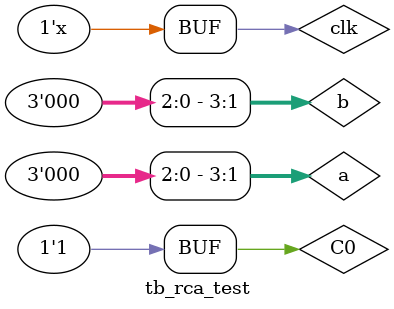
<source format=v>
`timescale 1ns / 1ps

//testbench of the 4bits rca.
module tb_rca_test();
  reg clk=0; // clk must be 0 when the signal has started.
    reg C0; // carry?
    reg [3:0] a;
    reg [3:0] b;
    wire [3:0] o;
    wire Co;
    
    rca_test tb_rca_test(C0,a,b,clk,o,Co);
    
    always
    #5
    clk = ~clk;
    
    initial begin
    a = $random;
    b = $random;
    C0 = 0;
    
    #50
    a = $random;
    b = $random;
    C0 = 1;
    end
endmodule

</source>
